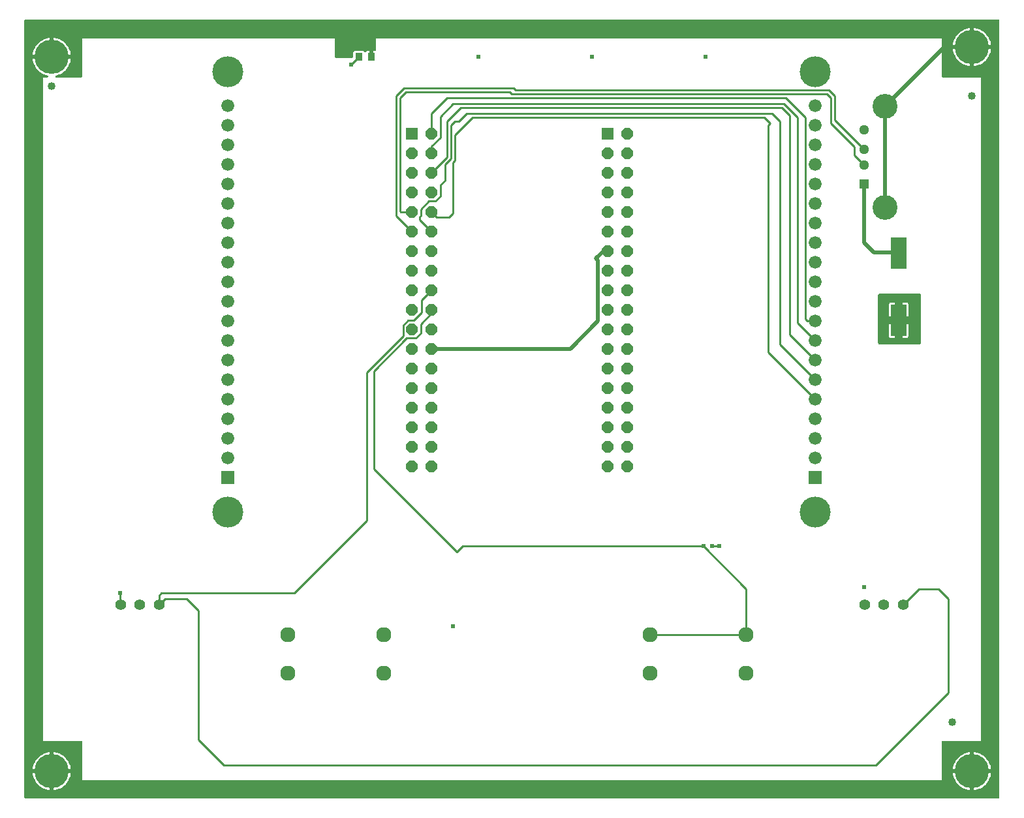
<source format=gbr>
G04 EAGLE Gerber RS-274X export*
G75*
%MOMM*%
%FSLAX34Y34*%
%LPD*%
%INTop Copper*%
%IPPOS*%
%AMOC8*
5,1,8,0,0,1.08239X$1,22.5*%
G01*
%ADD10R,1.524000X1.524000*%
%ADD11P,1.649562X8X292.500000*%
%ADD12R,1.288000X1.288000*%
%ADD13C,1.288000*%
%ADD14C,3.220000*%
%ADD15C,1.400000*%
%ADD16C,1.960000*%
%ADD17R,0.609600X0.508000*%
%ADD18R,1.676400X1.676400*%
%ADD19C,1.676400*%
%ADD20C,4.016000*%
%ADD21R,2.000000X4.100000*%
%ADD22C,4.445000*%
%ADD23R,0.949959X1.031241*%
%ADD24C,1.016000*%
%ADD25C,0.609600*%
%ADD26C,0.254000*%
%ADD27C,0.508000*%

G36*
X1267444Y1012308D02*
X1267444Y1012308D01*
X1267437Y1012427D01*
X1267424Y1012465D01*
X1267419Y1012506D01*
X1267376Y1012616D01*
X1267339Y1012729D01*
X1267317Y1012764D01*
X1267302Y1012801D01*
X1267233Y1012897D01*
X1267169Y1012998D01*
X1267139Y1013026D01*
X1267116Y1013059D01*
X1267024Y1013135D01*
X1266937Y1013216D01*
X1266902Y1013236D01*
X1266871Y1013261D01*
X1266763Y1013312D01*
X1266659Y1013370D01*
X1266619Y1013380D01*
X1266583Y1013397D01*
X1266466Y1013419D01*
X1266351Y1013449D01*
X1266291Y1013453D01*
X1266271Y1013457D01*
X1266250Y1013455D01*
X1266190Y1013459D01*
X3810Y1013459D01*
X3692Y1013444D01*
X3573Y1013437D01*
X3535Y1013424D01*
X3494Y1013419D01*
X3384Y1013376D01*
X3271Y1013339D01*
X3236Y1013317D01*
X3199Y1013302D01*
X3103Y1013233D01*
X3002Y1013169D01*
X2974Y1013139D01*
X2941Y1013116D01*
X2865Y1013024D01*
X2784Y1012937D01*
X2764Y1012902D01*
X2739Y1012871D01*
X2688Y1012763D01*
X2630Y1012659D01*
X2620Y1012619D01*
X2603Y1012583D01*
X2581Y1012466D01*
X2551Y1012351D01*
X2547Y1012291D01*
X2543Y1012271D01*
X2545Y1012250D01*
X2541Y1012190D01*
X2541Y3810D01*
X2556Y3692D01*
X2563Y3573D01*
X2576Y3535D01*
X2581Y3494D01*
X2624Y3384D01*
X2661Y3271D01*
X2683Y3236D01*
X2698Y3199D01*
X2767Y3103D01*
X2831Y3002D01*
X2861Y2974D01*
X2884Y2941D01*
X2976Y2865D01*
X3063Y2784D01*
X3098Y2764D01*
X3129Y2739D01*
X3237Y2688D01*
X3341Y2630D01*
X3381Y2620D01*
X3417Y2603D01*
X3534Y2581D01*
X3649Y2551D01*
X3709Y2547D01*
X3729Y2543D01*
X3750Y2545D01*
X3810Y2541D01*
X1266190Y2541D01*
X1266308Y2556D01*
X1266427Y2563D01*
X1266465Y2576D01*
X1266506Y2581D01*
X1266616Y2624D01*
X1266729Y2661D01*
X1266764Y2683D01*
X1266801Y2698D01*
X1266897Y2767D01*
X1266998Y2831D01*
X1267026Y2861D01*
X1267059Y2884D01*
X1267135Y2976D01*
X1267216Y3063D01*
X1267236Y3098D01*
X1267261Y3129D01*
X1267312Y3237D01*
X1267370Y3341D01*
X1267380Y3381D01*
X1267397Y3417D01*
X1267419Y3534D01*
X1267449Y3649D01*
X1267453Y3709D01*
X1267457Y3729D01*
X1267455Y3750D01*
X1267459Y3810D01*
X1267459Y1012190D01*
X1267444Y1012308D01*
G37*
%LPC*%
G36*
X32385Y938531D02*
X32385Y938531D01*
X32402Y938533D01*
X32419Y938531D01*
X32559Y938553D01*
X32700Y938571D01*
X32716Y938577D01*
X32733Y938580D01*
X32864Y938635D01*
X32996Y938688D01*
X33010Y938698D01*
X33025Y938704D01*
X33138Y938791D01*
X33253Y938874D01*
X33264Y938888D01*
X33278Y938898D01*
X33365Y939010D01*
X33456Y939119D01*
X33463Y939135D01*
X33474Y939148D01*
X33531Y939279D01*
X33591Y939407D01*
X33595Y939424D01*
X33602Y939440D01*
X33625Y939581D01*
X33651Y939720D01*
X33650Y939737D01*
X33653Y939754D01*
X33640Y939895D01*
X33631Y940037D01*
X33626Y940053D01*
X33625Y940070D01*
X33577Y940204D01*
X33533Y940339D01*
X33524Y940354D01*
X33519Y940370D01*
X33439Y940488D01*
X33363Y940608D01*
X33351Y940620D01*
X33341Y940634D01*
X33235Y940729D01*
X33132Y940826D01*
X33117Y940834D01*
X33104Y940846D01*
X32978Y940911D01*
X32853Y940980D01*
X32837Y940984D01*
X32821Y940992D01*
X32667Y941037D01*
X31233Y941365D01*
X28608Y942283D01*
X26101Y943490D01*
X23746Y944970D01*
X21571Y946705D01*
X19605Y948671D01*
X17870Y950846D01*
X16390Y953201D01*
X15183Y955708D01*
X14265Y958333D01*
X13646Y961045D01*
X13464Y962661D01*
X36830Y962661D01*
X36948Y962676D01*
X37067Y962683D01*
X37105Y962696D01*
X37145Y962701D01*
X37256Y962744D01*
X37369Y962781D01*
X37403Y962803D01*
X37441Y962818D01*
X37537Y962888D01*
X37638Y962951D01*
X37666Y962981D01*
X37698Y963004D01*
X37774Y963096D01*
X37856Y963183D01*
X37875Y963218D01*
X37901Y963249D01*
X37952Y963357D01*
X38009Y963461D01*
X38020Y963501D01*
X38037Y963537D01*
X38059Y963654D01*
X38089Y963769D01*
X38093Y963830D01*
X38097Y963850D01*
X38095Y963870D01*
X38099Y963930D01*
X38099Y965201D01*
X38101Y965201D01*
X38101Y963930D01*
X38116Y963812D01*
X38123Y963693D01*
X38136Y963655D01*
X38141Y963614D01*
X38185Y963504D01*
X38221Y963391D01*
X38243Y963356D01*
X38258Y963319D01*
X38328Y963223D01*
X38391Y963122D01*
X38421Y963094D01*
X38445Y963061D01*
X38536Y962986D01*
X38623Y962904D01*
X38658Y962884D01*
X38690Y962859D01*
X38797Y962808D01*
X38902Y962750D01*
X38941Y962740D01*
X38977Y962723D01*
X39094Y962701D01*
X39209Y962671D01*
X39270Y962667D01*
X39290Y962663D01*
X39310Y962665D01*
X39370Y962661D01*
X62736Y962661D01*
X62554Y961045D01*
X61935Y958333D01*
X61017Y955708D01*
X59810Y953201D01*
X58330Y950846D01*
X56595Y948671D01*
X54629Y946705D01*
X52454Y944970D01*
X50099Y943490D01*
X47592Y942283D01*
X44967Y941365D01*
X43533Y941037D01*
X43517Y941032D01*
X43500Y941029D01*
X43368Y940977D01*
X43234Y940928D01*
X43220Y940919D01*
X43204Y940912D01*
X43089Y940829D01*
X42972Y940749D01*
X42961Y940736D01*
X42947Y940726D01*
X42856Y940616D01*
X42763Y940509D01*
X42755Y940494D01*
X42744Y940481D01*
X42684Y940352D01*
X42620Y940225D01*
X42616Y940208D01*
X42609Y940193D01*
X42582Y940054D01*
X42551Y939914D01*
X42552Y939897D01*
X42549Y939881D01*
X42558Y939739D01*
X42563Y939597D01*
X42567Y939580D01*
X42569Y939563D01*
X42612Y939428D01*
X42653Y939292D01*
X42661Y939277D01*
X42667Y939261D01*
X42743Y939140D01*
X42815Y939018D01*
X42828Y939006D01*
X42837Y938992D01*
X42941Y938894D01*
X43041Y938794D01*
X43056Y938786D01*
X43068Y938774D01*
X43193Y938705D01*
X43315Y938633D01*
X43332Y938629D01*
X43347Y938620D01*
X43484Y938585D01*
X43621Y938546D01*
X43638Y938545D01*
X43655Y938541D01*
X43815Y938531D01*
X76200Y938531D01*
X76318Y938546D01*
X76437Y938553D01*
X76475Y938566D01*
X76516Y938571D01*
X76626Y938614D01*
X76739Y938651D01*
X76774Y938673D01*
X76811Y938688D01*
X76907Y938758D01*
X77008Y938821D01*
X77036Y938851D01*
X77069Y938874D01*
X77145Y938966D01*
X77226Y939053D01*
X77246Y939088D01*
X77271Y939119D01*
X77322Y939227D01*
X77380Y939331D01*
X77390Y939371D01*
X77407Y939407D01*
X77429Y939524D01*
X77459Y939639D01*
X77463Y939700D01*
X77467Y939720D01*
X77465Y939740D01*
X77469Y939800D01*
X77469Y989331D01*
X405131Y989331D01*
X405131Y965200D01*
X405146Y965082D01*
X405153Y964963D01*
X405166Y964925D01*
X405171Y964884D01*
X405214Y964774D01*
X405251Y964661D01*
X405273Y964626D01*
X405288Y964589D01*
X405358Y964493D01*
X405421Y964392D01*
X405451Y964364D01*
X405474Y964331D01*
X405566Y964256D01*
X405653Y964174D01*
X405688Y964154D01*
X405719Y964129D01*
X405827Y964078D01*
X405931Y964020D01*
X405971Y964010D01*
X406007Y963993D01*
X406124Y963971D01*
X406239Y963941D01*
X406300Y963937D01*
X406320Y963933D01*
X406340Y963935D01*
X406400Y963931D01*
X427939Y963931D01*
X428057Y963946D01*
X428176Y963953D01*
X428215Y963966D01*
X428255Y963971D01*
X428366Y964014D01*
X428479Y964051D01*
X428513Y964073D01*
X428550Y964088D01*
X428647Y964158D01*
X428747Y964221D01*
X428775Y964251D01*
X428808Y964274D01*
X428884Y964366D01*
X428965Y964453D01*
X428985Y964488D01*
X429011Y964519D01*
X429061Y964627D01*
X429119Y964731D01*
X429129Y964771D01*
X429146Y964807D01*
X429168Y964924D01*
X429198Y965039D01*
X429202Y965100D01*
X429206Y965120D01*
X429205Y965140D01*
X429208Y965200D01*
X429208Y971409D01*
X430697Y972897D01*
X442301Y972897D01*
X443657Y971541D01*
X443756Y971464D01*
X443851Y971382D01*
X443881Y971367D01*
X443908Y971346D01*
X444023Y971296D01*
X444136Y971240D01*
X444169Y971233D01*
X444200Y971220D01*
X444324Y971200D01*
X444447Y971174D01*
X444481Y971175D01*
X444514Y971170D01*
X444639Y971182D01*
X444765Y971187D01*
X444797Y971197D01*
X444831Y971200D01*
X444949Y971243D01*
X445069Y971279D01*
X445098Y971296D01*
X445130Y971308D01*
X445234Y971378D01*
X445342Y971443D01*
X445365Y971467D01*
X445393Y971486D01*
X445476Y971580D01*
X445564Y971670D01*
X445591Y971711D01*
X445604Y971725D01*
X445613Y971744D01*
X445653Y971804D01*
X445718Y971916D01*
X446191Y972389D01*
X446770Y972724D01*
X447417Y972897D01*
X450127Y972897D01*
X450127Y966305D01*
X450142Y966187D01*
X450149Y966068D01*
X450162Y966030D01*
X450167Y965990D01*
X450211Y965879D01*
X450247Y965766D01*
X450269Y965731D01*
X450284Y965694D01*
X450354Y965598D01*
X450417Y965497D01*
X450447Y965469D01*
X450471Y965437D01*
X450562Y965361D01*
X450649Y965279D01*
X450684Y965260D01*
X450716Y965234D01*
X450823Y965183D01*
X450927Y965126D01*
X450967Y965115D01*
X451003Y965098D01*
X451120Y965076D01*
X451235Y965046D01*
X451296Y965042D01*
X451316Y965038D01*
X451336Y965040D01*
X451396Y965036D01*
X453606Y965036D01*
X453724Y965051D01*
X453843Y965058D01*
X453881Y965071D01*
X453921Y965076D01*
X454032Y965120D01*
X454145Y965156D01*
X454180Y965178D01*
X454217Y965193D01*
X454313Y965263D01*
X454414Y965326D01*
X454442Y965356D01*
X454474Y965380D01*
X454550Y965471D01*
X454632Y965558D01*
X454651Y965593D01*
X454677Y965625D01*
X454728Y965732D01*
X454785Y965836D01*
X454796Y965876D01*
X454813Y965912D01*
X454835Y966029D01*
X454865Y966144D01*
X454869Y966205D01*
X454873Y966225D01*
X454871Y966245D01*
X454875Y966305D01*
X454875Y972897D01*
X457200Y972897D01*
X457318Y972912D01*
X457437Y972919D01*
X457475Y972932D01*
X457516Y972937D01*
X457626Y972981D01*
X457739Y973017D01*
X457774Y973039D01*
X457811Y973054D01*
X457907Y973124D01*
X458008Y973187D01*
X458036Y973217D01*
X458069Y973241D01*
X458145Y973332D01*
X458226Y973419D01*
X458246Y973454D01*
X458271Y973486D01*
X458322Y973593D01*
X458380Y973698D01*
X458390Y973737D01*
X458407Y973773D01*
X458429Y973890D01*
X458459Y974005D01*
X458463Y974066D01*
X458467Y974086D01*
X458465Y974106D01*
X458469Y974166D01*
X458469Y989331D01*
X1192531Y989331D01*
X1192531Y939800D01*
X1192546Y939682D01*
X1192553Y939563D01*
X1192566Y939525D01*
X1192571Y939484D01*
X1192614Y939374D01*
X1192651Y939261D01*
X1192673Y939226D01*
X1192688Y939189D01*
X1192758Y939093D01*
X1192821Y938992D01*
X1192851Y938964D01*
X1192874Y938931D01*
X1192966Y938856D01*
X1193053Y938774D01*
X1193088Y938754D01*
X1193119Y938729D01*
X1193227Y938678D01*
X1193331Y938620D01*
X1193371Y938610D01*
X1193407Y938593D01*
X1193524Y938571D01*
X1193639Y938541D01*
X1193700Y938537D01*
X1193720Y938533D01*
X1193740Y938535D01*
X1193800Y938531D01*
X1243331Y938531D01*
X1243331Y77469D01*
X1193800Y77469D01*
X1193682Y77454D01*
X1193563Y77447D01*
X1193525Y77434D01*
X1193484Y77429D01*
X1193374Y77386D01*
X1193261Y77349D01*
X1193226Y77327D01*
X1193189Y77312D01*
X1193093Y77243D01*
X1192992Y77179D01*
X1192964Y77149D01*
X1192931Y77126D01*
X1192856Y77034D01*
X1192774Y76947D01*
X1192754Y76912D01*
X1192729Y76881D01*
X1192678Y76773D01*
X1192620Y76669D01*
X1192610Y76629D01*
X1192593Y76593D01*
X1192571Y76476D01*
X1192541Y76361D01*
X1192537Y76301D01*
X1192533Y76281D01*
X1192535Y76260D01*
X1192531Y76200D01*
X1192531Y26669D01*
X77469Y26669D01*
X77469Y76200D01*
X77454Y76318D01*
X77447Y76437D01*
X77434Y76475D01*
X77429Y76516D01*
X77386Y76626D01*
X77349Y76739D01*
X77327Y76774D01*
X77312Y76811D01*
X77243Y76907D01*
X77179Y77008D01*
X77149Y77036D01*
X77126Y77069D01*
X77034Y77145D01*
X76947Y77226D01*
X76912Y77246D01*
X76881Y77271D01*
X76773Y77322D01*
X76669Y77380D01*
X76629Y77390D01*
X76593Y77407D01*
X76476Y77429D01*
X76361Y77459D01*
X76301Y77463D01*
X76281Y77467D01*
X76260Y77465D01*
X76200Y77469D01*
X26669Y77469D01*
X26669Y938531D01*
X32385Y938531D01*
G37*
%LPD*%
G36*
X1163355Y591824D02*
X1163355Y591824D01*
X1163389Y591822D01*
X1163578Y591844D01*
X1163769Y591861D01*
X1163802Y591870D01*
X1163836Y591874D01*
X1164019Y591929D01*
X1164203Y591979D01*
X1164234Y591994D01*
X1164267Y592004D01*
X1164438Y592091D01*
X1164610Y592173D01*
X1164638Y592193D01*
X1164669Y592208D01*
X1164821Y592324D01*
X1164976Y592435D01*
X1165000Y592460D01*
X1165027Y592480D01*
X1165156Y592621D01*
X1165290Y592757D01*
X1165309Y592786D01*
X1165333Y592812D01*
X1165435Y592973D01*
X1165542Y593130D01*
X1165556Y593162D01*
X1165574Y593191D01*
X1165647Y593368D01*
X1165724Y593542D01*
X1165732Y593576D01*
X1165745Y593608D01*
X1165785Y593795D01*
X1165831Y593980D01*
X1165833Y594014D01*
X1165840Y594048D01*
X1165859Y594360D01*
X1165859Y655320D01*
X1165857Y655347D01*
X1165858Y655371D01*
X1165858Y655377D01*
X1165858Y655389D01*
X1165836Y655578D01*
X1165819Y655769D01*
X1165810Y655802D01*
X1165806Y655836D01*
X1165751Y656019D01*
X1165701Y656203D01*
X1165686Y656234D01*
X1165676Y656267D01*
X1165589Y656438D01*
X1165507Y656610D01*
X1165487Y656638D01*
X1165472Y656669D01*
X1165356Y656821D01*
X1165245Y656976D01*
X1165220Y657000D01*
X1165200Y657027D01*
X1165060Y657156D01*
X1164923Y657290D01*
X1164894Y657309D01*
X1164868Y657333D01*
X1164707Y657435D01*
X1164550Y657542D01*
X1164518Y657556D01*
X1164489Y657574D01*
X1164312Y657647D01*
X1164138Y657724D01*
X1164104Y657732D01*
X1164072Y657745D01*
X1163885Y657785D01*
X1163700Y657831D01*
X1163666Y657833D01*
X1163632Y657840D01*
X1163320Y657859D01*
X1112520Y657859D01*
X1112486Y657856D01*
X1112451Y657858D01*
X1112262Y657836D01*
X1112072Y657819D01*
X1112038Y657810D01*
X1112004Y657806D01*
X1111821Y657751D01*
X1111637Y657701D01*
X1111606Y657686D01*
X1111573Y657676D01*
X1111402Y657589D01*
X1111231Y657507D01*
X1111202Y657487D01*
X1111171Y657472D01*
X1111019Y657356D01*
X1110864Y657245D01*
X1110840Y657220D01*
X1110813Y657200D01*
X1110684Y657060D01*
X1110550Y656923D01*
X1110531Y656894D01*
X1110508Y656868D01*
X1110405Y656707D01*
X1110298Y656550D01*
X1110284Y656518D01*
X1110266Y656489D01*
X1110193Y656312D01*
X1110116Y656138D01*
X1110108Y656104D01*
X1110095Y656072D01*
X1110055Y655885D01*
X1110009Y655700D01*
X1110007Y655666D01*
X1110000Y655632D01*
X1109981Y655320D01*
X1109981Y594360D01*
X1109984Y594326D01*
X1109982Y594291D01*
X1110004Y594102D01*
X1110021Y593912D01*
X1110030Y593878D01*
X1110034Y593844D01*
X1110089Y593661D01*
X1110139Y593477D01*
X1110154Y593446D01*
X1110164Y593413D01*
X1110251Y593242D01*
X1110333Y593071D01*
X1110353Y593042D01*
X1110368Y593011D01*
X1110484Y592859D01*
X1110595Y592704D01*
X1110620Y592680D01*
X1110640Y592653D01*
X1110781Y592524D01*
X1110917Y592390D01*
X1110946Y592371D01*
X1110972Y592348D01*
X1111133Y592245D01*
X1111290Y592138D01*
X1111322Y592124D01*
X1111351Y592106D01*
X1111528Y592033D01*
X1111702Y591956D01*
X1111736Y591948D01*
X1111768Y591935D01*
X1111955Y591895D01*
X1112140Y591849D01*
X1112174Y591847D01*
X1112208Y591840D01*
X1112520Y591821D01*
X1163320Y591821D01*
X1163355Y591824D01*
G37*
%LPC*%
G36*
X1234439Y40639D02*
X1234439Y40639D01*
X1234439Y62736D01*
X1236055Y62554D01*
X1238767Y61935D01*
X1241392Y61017D01*
X1243899Y59810D01*
X1246254Y58330D01*
X1248429Y56595D01*
X1250395Y54629D01*
X1252130Y52454D01*
X1253610Y50099D01*
X1254817Y47592D01*
X1255735Y44967D01*
X1256354Y42255D01*
X1256536Y40639D01*
X1234439Y40639D01*
G37*
%LPD*%
%LPC*%
G36*
X40639Y967739D02*
X40639Y967739D01*
X40639Y989836D01*
X42255Y989654D01*
X44967Y989035D01*
X47592Y988117D01*
X50099Y986910D01*
X52454Y985430D01*
X54629Y983695D01*
X56595Y981729D01*
X58330Y979554D01*
X59810Y977199D01*
X61017Y974692D01*
X61935Y972067D01*
X62554Y969355D01*
X62736Y967739D01*
X40639Y967739D01*
G37*
%LPD*%
%LPC*%
G36*
X1234439Y980439D02*
X1234439Y980439D01*
X1234439Y1002536D01*
X1236055Y1002354D01*
X1238767Y1001735D01*
X1241392Y1000817D01*
X1243899Y999610D01*
X1246254Y998130D01*
X1248429Y996395D01*
X1250395Y994429D01*
X1252130Y992254D01*
X1253610Y989899D01*
X1254817Y987392D01*
X1255735Y984767D01*
X1256354Y982055D01*
X1256536Y980439D01*
X1234439Y980439D01*
G37*
%LPD*%
%LPC*%
G36*
X40639Y40639D02*
X40639Y40639D01*
X40639Y62736D01*
X42255Y62554D01*
X44967Y61935D01*
X47592Y61017D01*
X50099Y59810D01*
X52454Y58330D01*
X54629Y56595D01*
X56595Y54629D01*
X58330Y52454D01*
X59810Y50099D01*
X61017Y47592D01*
X61935Y44967D01*
X62554Y42255D01*
X62736Y40639D01*
X40639Y40639D01*
G37*
%LPD*%
%LPC*%
G36*
X13464Y967739D02*
X13464Y967739D01*
X13646Y969355D01*
X14265Y972067D01*
X15183Y974692D01*
X16390Y977199D01*
X17870Y979554D01*
X19605Y981729D01*
X21571Y983695D01*
X23746Y985430D01*
X26101Y986910D01*
X28608Y988117D01*
X31233Y989035D01*
X33945Y989654D01*
X35561Y989836D01*
X35561Y967739D01*
X13464Y967739D01*
G37*
%LPD*%
%LPC*%
G36*
X1234439Y35561D02*
X1234439Y35561D01*
X1256536Y35561D01*
X1256354Y33945D01*
X1255735Y31233D01*
X1254817Y28608D01*
X1253610Y26101D01*
X1252130Y23746D01*
X1250395Y21571D01*
X1248429Y19605D01*
X1246254Y17870D01*
X1243899Y16390D01*
X1241392Y15183D01*
X1238767Y14265D01*
X1236055Y13646D01*
X1234439Y13464D01*
X1234439Y35561D01*
G37*
%LPD*%
%LPC*%
G36*
X1207264Y980439D02*
X1207264Y980439D01*
X1207446Y982055D01*
X1208065Y984767D01*
X1208983Y987392D01*
X1210190Y989899D01*
X1211670Y992254D01*
X1213405Y994429D01*
X1215371Y996395D01*
X1217546Y998130D01*
X1219901Y999610D01*
X1222408Y1000817D01*
X1225033Y1001735D01*
X1227745Y1002354D01*
X1229361Y1002536D01*
X1229361Y980439D01*
X1207264Y980439D01*
G37*
%LPD*%
%LPC*%
G36*
X1207264Y40639D02*
X1207264Y40639D01*
X1207446Y42255D01*
X1208065Y44967D01*
X1208983Y47592D01*
X1210190Y50099D01*
X1211670Y52454D01*
X1213405Y54629D01*
X1215371Y56595D01*
X1217546Y58330D01*
X1219901Y59810D01*
X1222408Y61017D01*
X1225033Y61935D01*
X1227745Y62554D01*
X1229361Y62736D01*
X1229361Y40639D01*
X1207264Y40639D01*
G37*
%LPD*%
%LPC*%
G36*
X13464Y40639D02*
X13464Y40639D01*
X13646Y42255D01*
X14265Y44967D01*
X15183Y47592D01*
X16390Y50099D01*
X17870Y52454D01*
X19605Y54629D01*
X21571Y56595D01*
X23746Y58330D01*
X26101Y59810D01*
X28608Y61017D01*
X31233Y61935D01*
X33945Y62554D01*
X35561Y62736D01*
X35561Y40639D01*
X13464Y40639D01*
G37*
%LPD*%
%LPC*%
G36*
X40639Y35561D02*
X40639Y35561D01*
X62736Y35561D01*
X62554Y33945D01*
X61935Y31233D01*
X61017Y28608D01*
X59810Y26101D01*
X58330Y23746D01*
X56595Y21571D01*
X54629Y19605D01*
X52454Y17870D01*
X50099Y16390D01*
X47592Y15183D01*
X44967Y14265D01*
X42255Y13646D01*
X40639Y13464D01*
X40639Y35561D01*
G37*
%LPD*%
%LPC*%
G36*
X1234439Y975361D02*
X1234439Y975361D01*
X1256536Y975361D01*
X1256354Y973745D01*
X1255735Y971033D01*
X1254817Y968408D01*
X1253610Y965901D01*
X1252130Y963546D01*
X1250395Y961371D01*
X1248429Y959405D01*
X1246254Y957670D01*
X1243899Y956190D01*
X1241392Y954983D01*
X1238767Y954065D01*
X1236055Y953446D01*
X1234439Y953264D01*
X1234439Y975361D01*
G37*
%LPD*%
%LPC*%
G36*
X33945Y13646D02*
X33945Y13646D01*
X31233Y14265D01*
X28608Y15183D01*
X26101Y16390D01*
X23746Y17870D01*
X21571Y19605D01*
X19605Y21571D01*
X17870Y23746D01*
X16390Y26101D01*
X15183Y28608D01*
X14265Y31233D01*
X13646Y33945D01*
X13464Y35561D01*
X35561Y35561D01*
X35561Y13464D01*
X33945Y13646D01*
G37*
%LPD*%
%LPC*%
G36*
X1227745Y13646D02*
X1227745Y13646D01*
X1225033Y14265D01*
X1222408Y15183D01*
X1219901Y16390D01*
X1217546Y17870D01*
X1215371Y19605D01*
X1213405Y21571D01*
X1211670Y23746D01*
X1210190Y26101D01*
X1208983Y28608D01*
X1208065Y31233D01*
X1207446Y33945D01*
X1207264Y35561D01*
X1229361Y35561D01*
X1229361Y13464D01*
X1227745Y13646D01*
G37*
%LPD*%
%LPC*%
G36*
X1227745Y953446D02*
X1227745Y953446D01*
X1225033Y954065D01*
X1222408Y954983D01*
X1219901Y956190D01*
X1217546Y957670D01*
X1215371Y959405D01*
X1213405Y961371D01*
X1211670Y963546D01*
X1210190Y965901D01*
X1208983Y968408D01*
X1208065Y971033D01*
X1207446Y973745D01*
X1207264Y975361D01*
X1229361Y975361D01*
X1229361Y953264D01*
X1227745Y953446D01*
G37*
%LPD*%
%LPC*%
G36*
X1141649Y628249D02*
X1141649Y628249D01*
X1141649Y646291D01*
X1146985Y646291D01*
X1147631Y646118D01*
X1148210Y645783D01*
X1148683Y645310D01*
X1149018Y644731D01*
X1149191Y644085D01*
X1149191Y628249D01*
X1141649Y628249D01*
G37*
%LPD*%
%LPC*%
G36*
X1141649Y600209D02*
X1141649Y600209D01*
X1141649Y618251D01*
X1149191Y618251D01*
X1149191Y602415D01*
X1149018Y601769D01*
X1148683Y601190D01*
X1148210Y600717D01*
X1147631Y600382D01*
X1146985Y600209D01*
X1141649Y600209D01*
G37*
%LPD*%
%LPC*%
G36*
X1126315Y600209D02*
X1126315Y600209D01*
X1125669Y600382D01*
X1125090Y600717D01*
X1124617Y601190D01*
X1124282Y601769D01*
X1124109Y602415D01*
X1124109Y618251D01*
X1131651Y618251D01*
X1131651Y600209D01*
X1126315Y600209D01*
G37*
%LPD*%
%LPC*%
G36*
X1124109Y628249D02*
X1124109Y628249D01*
X1124109Y644085D01*
X1124282Y644731D01*
X1124617Y645310D01*
X1125090Y645783D01*
X1125669Y646118D01*
X1126315Y646291D01*
X1131651Y646291D01*
X1131651Y628249D01*
X1124109Y628249D01*
G37*
%LPD*%
%LPC*%
G36*
X1231899Y38099D02*
X1231899Y38099D01*
X1231899Y38101D01*
X1231901Y38101D01*
X1231901Y38099D01*
X1231899Y38099D01*
G37*
%LPD*%
%LPC*%
G36*
X1231899Y977899D02*
X1231899Y977899D01*
X1231899Y977901D01*
X1231901Y977901D01*
X1231901Y977899D01*
X1231899Y977899D01*
G37*
%LPD*%
%LPC*%
G36*
X38099Y38099D02*
X38099Y38099D01*
X38099Y38101D01*
X38101Y38101D01*
X38101Y38099D01*
X38099Y38099D01*
G37*
%LPD*%
D10*
X505200Y865460D03*
D11*
X530600Y865460D03*
X505200Y840060D03*
X530600Y840060D03*
X505200Y814660D03*
X530600Y814660D03*
X505200Y789260D03*
X530600Y789260D03*
X505200Y763860D03*
X530600Y763860D03*
X505200Y738460D03*
X530600Y738460D03*
X505200Y713060D03*
X530600Y713060D03*
X505200Y687660D03*
X530600Y687660D03*
X505200Y662260D03*
X530600Y662260D03*
X505200Y636860D03*
X530600Y636860D03*
X505200Y611460D03*
X530600Y611460D03*
X505200Y586060D03*
X530600Y586060D03*
X505200Y560660D03*
X530600Y560660D03*
X505200Y535260D03*
X530600Y535260D03*
X505200Y509860D03*
X530600Y509860D03*
X505200Y484460D03*
X530600Y484460D03*
X505200Y459060D03*
X530600Y459060D03*
X505200Y433660D03*
X530600Y433660D03*
D10*
X759200Y865460D03*
D11*
X784600Y865460D03*
X759200Y840060D03*
X784600Y840060D03*
X759200Y814660D03*
X784600Y814660D03*
X759200Y789260D03*
X784600Y789260D03*
X759200Y763860D03*
X784600Y763860D03*
X759200Y738460D03*
X784600Y738460D03*
X759200Y713060D03*
X784600Y713060D03*
X759200Y687660D03*
X784600Y687660D03*
X759200Y662260D03*
X784600Y662260D03*
X759200Y636860D03*
X784600Y636860D03*
X759200Y611460D03*
X784600Y611460D03*
X759200Y586060D03*
X784600Y586060D03*
X759200Y560660D03*
X784600Y560660D03*
X759200Y535260D03*
X784600Y535260D03*
X759200Y509860D03*
X784600Y509860D03*
X759200Y484460D03*
X784600Y484460D03*
X759200Y459060D03*
X784600Y459060D03*
X759200Y433660D03*
X784600Y433660D03*
D12*
X1092200Y800100D03*
D13*
X1092200Y825100D03*
X1092200Y845100D03*
X1092200Y870100D03*
D14*
X1119300Y769400D03*
X1119300Y900800D03*
D15*
X1142600Y254000D03*
X1117600Y254000D03*
X1092600Y254000D03*
X177400Y254000D03*
X152400Y254000D03*
X127400Y254000D03*
D16*
X938800Y215500D03*
X938800Y165500D03*
X813800Y165500D03*
X813800Y215500D03*
X468900Y215500D03*
X468900Y165500D03*
X343900Y165500D03*
X343900Y215500D03*
D17*
X883412Y330200D03*
X894588Y330200D03*
D18*
X266700Y419100D03*
D19*
X266700Y444500D03*
X266700Y469900D03*
X266700Y495300D03*
X266700Y520700D03*
X266700Y546100D03*
X266700Y571500D03*
X266700Y596900D03*
X266700Y622300D03*
X266700Y647700D03*
X266700Y673100D03*
X266700Y698500D03*
X266700Y723900D03*
X266700Y749300D03*
X266700Y774700D03*
X266700Y800100D03*
X266700Y825500D03*
X266700Y850900D03*
X266700Y876300D03*
X266700Y901700D03*
D18*
X1028700Y419100D03*
D19*
X1028700Y444500D03*
X1028700Y469900D03*
X1028700Y495300D03*
X1028700Y520700D03*
X1028700Y546100D03*
X1028700Y571500D03*
X1028700Y596900D03*
X1028700Y622300D03*
X1028700Y647700D03*
X1028700Y673100D03*
X1028700Y698500D03*
X1028700Y723900D03*
X1028700Y749300D03*
X1028700Y774700D03*
X1028700Y800100D03*
X1028700Y825500D03*
X1028700Y850900D03*
X1028700Y876300D03*
X1028700Y901700D03*
D20*
X1028700Y374650D03*
X1028700Y946150D03*
X266700Y374650D03*
X266700Y946150D03*
D21*
X1136650Y710250D03*
X1136650Y623250D03*
D22*
X1231900Y977900D03*
X1231900Y38100D03*
X38100Y38100D03*
X38100Y965200D03*
D23*
X436499Y965200D03*
X452501Y965200D03*
D24*
X38100Y927100D03*
X1231900Y914400D03*
X1206500Y101600D03*
D25*
X1117600Y647700D03*
X1117600Y622300D03*
X1117600Y601980D03*
X1155700Y601980D03*
X1155700Y622300D03*
X1155700Y647700D03*
D26*
X127400Y254000D02*
X127000Y254400D01*
X127000Y269240D01*
D25*
X127000Y269240D03*
X1092200Y276860D03*
D26*
X426720Y955421D02*
X436499Y965200D01*
X426720Y955421D02*
X426720Y955040D01*
D25*
X426720Y955040D03*
X591820Y965200D03*
X739140Y965200D03*
X886460Y965200D03*
D26*
X894588Y330200D02*
X904240Y330200D01*
D25*
X904240Y330200D03*
X558800Y226060D03*
D26*
X883412Y330200D02*
X938800Y274812D01*
X938800Y215500D01*
X813800Y215500D01*
X883412Y330200D02*
X571500Y330200D01*
X563880Y322580D01*
X455930Y430530D01*
X455930Y557530D01*
X530600Y632200D02*
X530600Y636860D01*
X516630Y606726D02*
X509935Y600030D01*
X516630Y618230D02*
X530600Y632200D01*
X509935Y600030D02*
X498430Y600030D01*
X516630Y606726D02*
X516630Y618230D01*
X498430Y600030D02*
X455930Y557530D01*
X185020Y261620D02*
X177400Y254000D01*
X185020Y261620D02*
X213360Y261620D01*
X228600Y246380D01*
X228600Y78740D01*
X261620Y45720D01*
X1107440Y45720D02*
X1201420Y139700D01*
X1201420Y261620D01*
X1188720Y274320D01*
X1162920Y274320D01*
X1142600Y254000D01*
X1107440Y45720D02*
X261620Y45720D01*
X518160Y649820D02*
X530600Y662260D01*
X500466Y622890D02*
X493770Y616195D01*
X493770Y602554D01*
X507395Y622890D02*
X518160Y633656D01*
X507395Y622890D02*
X500466Y622890D01*
X353060Y269240D02*
X180340Y269240D01*
X177400Y266300D01*
X177400Y254000D01*
X518160Y633656D02*
X518160Y649820D01*
X493770Y602554D02*
X447040Y555824D01*
X447040Y363220D01*
X353060Y269240D01*
D27*
X1092200Y723900D02*
X1092200Y800100D01*
X1092200Y723900D02*
X1104900Y711200D01*
X1143000Y711200D01*
X1142050Y710250D01*
X1136650Y710250D01*
X710520Y586060D02*
X530600Y586060D01*
X710520Y586060D02*
X746760Y622300D01*
X746760Y631339D01*
X746500Y631599D01*
X746500Y701300D02*
X744220Y703580D01*
X746500Y701300D02*
X746500Y631599D01*
X744220Y703580D02*
X753700Y713060D01*
X759200Y713060D01*
D26*
X1005840Y619760D02*
X1028700Y596900D01*
X1005840Y886460D02*
X988060Y904240D01*
X558800Y904240D01*
X530600Y849296D02*
X530600Y840060D01*
X530600Y849296D02*
X542030Y860726D01*
X542030Y887470D01*
X1005840Y886460D02*
X1005840Y619760D01*
X558800Y904240D02*
X542030Y887470D01*
X967740Y581660D02*
X1028700Y520700D01*
X967740Y876300D02*
X970280Y878840D01*
X962660Y886460D01*
X561340Y863600D02*
X561340Y831032D01*
X558800Y828492D01*
X558800Y762000D01*
X553720Y756920D01*
X537540Y756920D02*
X530600Y763860D01*
X967740Y876300D02*
X967740Y581660D01*
X962660Y886460D02*
X584200Y886460D01*
X561340Y863600D01*
X553720Y756920D02*
X537540Y756920D01*
X982980Y591820D02*
X1028700Y546100D01*
X982980Y881380D02*
X972820Y891540D01*
X576580Y891540D01*
X566420Y881380D02*
X561340Y881380D01*
X556260Y876300D01*
X556260Y833136D01*
X548640Y825516D02*
X548640Y805180D01*
X548640Y825516D02*
X556260Y833136D01*
X982980Y881380D02*
X982980Y591820D01*
X576580Y891540D02*
X566420Y881380D01*
X542030Y784526D02*
X535335Y777830D01*
X542030Y784526D02*
X542030Y798570D01*
X535335Y777830D02*
X527042Y777830D01*
X542030Y798570D02*
X548640Y805180D01*
X515022Y754038D02*
X530600Y738460D01*
X515022Y754038D02*
X515022Y757518D01*
X516630Y759126D01*
X516630Y767418D01*
X527042Y777830D01*
X530600Y865460D02*
X530600Y891280D01*
X551180Y911860D01*
X990600Y911860D01*
X1016000Y886460D02*
X1016000Y624840D01*
X1018540Y622300D01*
X1028700Y622300D01*
X1016000Y886460D02*
X990600Y911860D01*
X551180Y835240D02*
X530600Y814660D01*
X551180Y835240D02*
X551180Y881380D01*
X568960Y899160D01*
X985520Y899160D01*
X995680Y889000D02*
X995680Y604520D01*
X1028700Y571500D01*
X1031240Y568960D01*
X1033780Y568960D01*
X1031240Y571500D01*
X1028700Y571500D01*
X995680Y889000D02*
X985520Y899160D01*
D27*
X1218252Y964252D02*
X1231900Y977900D01*
X1119300Y900800D02*
X1119300Y769400D01*
X1119300Y900800D02*
X1196400Y977900D01*
X1231900Y977900D01*
D26*
X1079500Y837800D02*
X1092200Y825100D01*
X1079500Y848360D02*
X1049020Y878840D01*
X1049020Y911860D01*
X1043940Y916940D01*
X635000Y916940D02*
X632460Y919480D01*
X497404Y919480D01*
X490220Y912296D02*
X490220Y764540D01*
X490900Y763860D01*
X505200Y763860D01*
X1079500Y837800D02*
X1079500Y848360D01*
X1043940Y916940D02*
X635000Y916940D01*
X497404Y919480D02*
X490220Y912296D01*
X1054100Y883200D02*
X1092200Y845100D01*
X1054100Y883200D02*
X1054100Y914400D01*
X1046480Y922020D01*
X640080Y922020D02*
X637540Y924560D01*
X495300Y924560D01*
X485140Y914400D01*
X485140Y758520D01*
X505200Y738460D01*
X640080Y922020D02*
X1046480Y922020D01*
M02*

</source>
